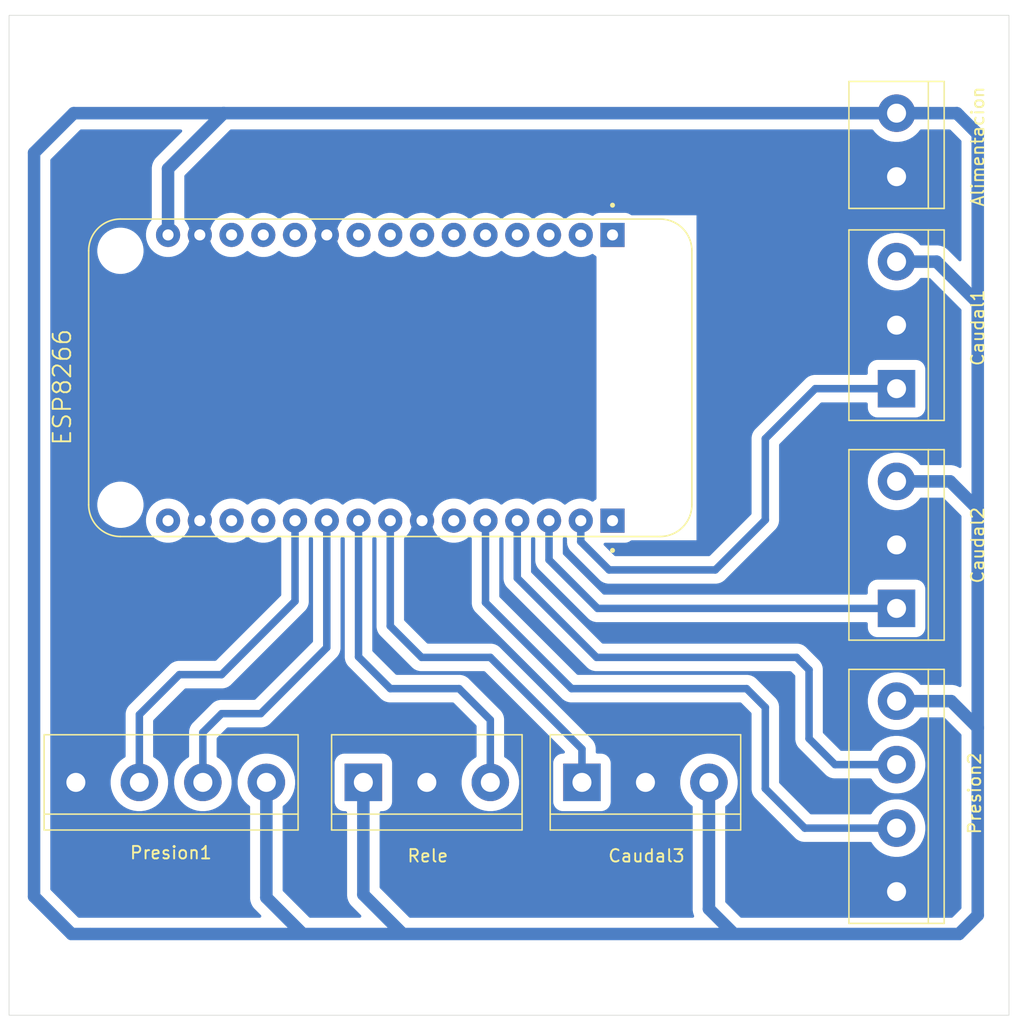
<source format=kicad_pcb>
(kicad_pcb (version 20241229) (generator "pcbnew") (generator_version "9.0")
  (layers (0 "F.Cu" signal) (2 "B.Cu" signal) (13 "F.Paste" user) (15 "B.Paste" user) (5 "F.SilkS" user "F.Silkscreen") (7 "B.SilkS" user "B.Silkscreen") (1 "F.Mask" user) (3 "B.Mask" user) (25 "Edge.Cuts" user))
  (net 0 "")
  (net 1 "/Ca05")
  (net 3 "/Dat13")
  (net 6 "GND")
  (net 11 "/Clk15")
  (net 13 "/Dat00")
  (net 15 "/Clk02")
  (net 16 "/Ca04")
  (net 21 "+5V")
  (net 24 "/Ca14")
  (net 25 "/Rele12")
  (footprint "ESP8266 NodeMCU V2:SEEED_113990105" (layer "F.Cu") (at 50 48 -90)
    (property "Reference" "ESP8266" (at 0.75 26.25 90) (layer "F.SilkS") (effects (font (size 1.4 1.4))))
    (property "Value" "ESP8266")
    (fp_line (start 10.16 24.13) (end -10.16 24.13) (stroke (width 0.127)) (layer "F.SilkS"))
    (fp_line (start -12.7 21.59) (end -12.7 -21.59) (stroke (width 0.127)) (layer "F.SilkS"))
    (fp_line (start 12.7 -21.59) (end 12.7 21.59) (stroke (width 0.127)) (layer "F.SilkS"))
    (fp_line (start -10.16 -24.13) (end 10.16 -24.13) (stroke (width 0.127)) (layer "F.SilkS"))
    (fp_arc (start -10.16 24.13) (mid -11.956051 23.386051) (end -12.7 21.59) (stroke (width 0.127)) (layer "F.SilkS"))
    (fp_arc (start 12.7 21.59) (mid 11.956051 23.386051) (end 10.16 24.13) (stroke (width 0.127)) (layer "F.SilkS"))
    (fp_arc (start -12.7 -21.59) (mid -11.956051 -23.386051) (end -10.16 -24.13) (stroke (width 0.127)) (layer "F.SilkS"))
    (fp_arc (start 10.16 -24.13) (mid 11.956051 -23.386051) (end 12.7 -21.59) (stroke (width 0.127)) (layer "F.SilkS"))
    (fp_circle (center -13.81 -17.78) (end -13.71 -17.78) (stroke (width 0.2)) (fill no) (layer "F.SilkS"))
    (fp_circle (center 13.81 -17.78) (end 13.91 -17.78) (stroke (width 0.2)) (fill no) (layer "F.SilkS"))
    (pad "" np_thru_hole circle (at -10.16 -21.59 270) (size 3.2 3.2) (drill 3.2) (layers "*.Cu" "*.Mask"))
    (pad "" np_thru_hole circle (at -10.16 21.59 270) (size 3.2 3.2) (drill 3.2) (layers "*.Cu" "*.Mask"))
    (pad "" np_thru_hole circle (at 10.16 -21.59 270) (size 3.2 3.2) (drill 3.2) (layers "*.Cu" "*.Mask"))
    (pad "" np_thru_hole circle (at 10.16 21.59 270) (size 3.2 3.2) (drill 3.2) (layers "*.Cu" "*.Mask"))
    (pad "J1_1" thru_hole rect (at -11.43 -17.78 270) (size 1.93 1.93) (drill 0.889) (layers "*.Cu" "*.Mask"))
    (pad "J1_2" thru_hole circle (at -11.43 -15.24 270) (size 1.93 1.93) (drill 0.889) (layers "*.Cu" "*.Mask"))
    (pad "J1_3" thru_hole circle (at -11.43 -12.7 270) (size 1.93 1.93) (drill 0.889) (layers "*.Cu" "*.Mask"))
    (pad "J1_4" thru_hole circle (at -11.43 -10.16 270) (size 1.93 1.93) (drill 0.889) (layers "*.Cu" "*.Mask"))
    (pad "J1_5" thru_hole circle (at -11.43 -7.62 270) (size 1.93 1.93) (drill 0.889) (layers "*.Cu" "*.Mask"))
    (pad "J1_6" thru_hole circle (at -11.43 -5.08 270) (size 1.93 1.93) (drill 0.889) (layers "*.Cu" "*.Mask"))
    (pad "J1_7" thru_hole circle (at -11.43 -2.54 270) (size 1.93 1.93) (drill 0.889) (layers "*.Cu" "*.Mask"))
    (pad "J1_8" thru_hole circle (at -11.43 0 270) (size 1.93 1.93) (drill 0.889) (layers "*.Cu" "*.Mask"))
    (pad "J1_9" thru_hole circle (at -11.43 2.54 270) (size 1.93 1.93) (drill 0.889) (layers "*.Cu" "*.Mask"))
    (pad "J1_10" thru_hole circle (at -11.43 5.08 270) (size 1.93 1.93) (drill 0.889) (layers "*.Cu" "*.Mask") (net 6 "GND"))
    (pad "J1_11" thru_hole circle (at -11.43 7.62 270) (size 1.93 1.93) (drill 0.889) (layers "*.Cu" "*.Mask"))
    (pad "J1_12" thru_hole circle (at -11.43 10.16 270) (size 1.93 1.93) (drill 0.889) (layers "*.Cu" "*.Mask"))
    (pad "J1_13" thru_hole circle (at -11.43 12.7 270) (size 1.93 1.93) (drill 0.889) (layers "*.Cu" "*.Mask"))
    (pad "J1_14" thru_hole circle (at -11.43 15.24 270) (size 1.93 1.93) (drill 0.889) (layers "*.Cu" "*.Mask") (net 6 "GND"))
    (pad "J1_15" thru_hole circle (at -11.43 17.78 270) (size 1.93 1.93) (drill 0.889) (layers "*.Cu" "*.Mask") (net 21 "+5V"))
    (pad "J2_1" thru_hole rect (at 11.43 -17.78 270) (size 1.93 1.93) (drill 0.889) (layers "*.Cu" "*.Mask"))
    (pad "J2_2" thru_hole circle (at 11.43 -15.24 270) (size 1.93 1.93) (drill 0.889) (layers "*.Cu" "*.Mask") (net 1 "/Ca05"))
    (pad "J2_3" thru_hole circle (at 11.43 -12.7 270) (size 1.93 1.93) (drill 0.889) (layers "*.Cu" "*.Mask") (net 16 "/Ca04"))
    (pad "J2_4" thru_hole circle (at 11.43 -10.16 270) (size 1.93 1.93) (drill 0.889) (layers "*.Cu" "*.Mask") (net 13 "/Dat00"))
    (pad "J2_5" thru_hole circle (at 11.43 -7.62 270) (size 1.93 1.93) (drill 0.889) (layers "*.Cu" "*.Mask") (net 15 "/Clk02"))
    (pad "J2_6" thru_hole circle (at 11.43 -5.08 270) (size 1.93 1.93) (drill 0.889) (layers "*.Cu" "*.Mask"))
    (pad "J2_7" thru_hole circle (at 11.43 -2.54 270) (size 1.93 1.93) (drill 0.889) (layers "*.Cu" "*.Mask") (net 6 "GND"))
    (pad "J2_8" thru_hole circle (at 11.43 0 270) (size 1.93 1.93) (drill 0.889) (layers "*.Cu" "*.Mask") (net 24 "/Ca14"))
    (pad "J2_9" thru_hole circle (at 11.43 2.54 270) (size 1.93 1.93) (drill 0.889) (layers "*.Cu" "*.Mask") (net 25 "/Rele12"))
    (pad "J2_10" thru_hole circle (at 11.43 5.08 270) (size 1.93 1.93) (drill 0.889) (layers "*.Cu" "*.Mask") (net 3 "/Dat13"))
    (pad "J2_11" thru_hole circle (at 11.43 7.62 270) (size 1.93 1.93) (drill 0.889) (layers "*.Cu" "*.Mask") (net 11 "/Clk15"))
    (pad "J2_12" thru_hole circle (at 11.43 10.16 270) (size 1.93 1.93) (drill 0.889) (layers "*.Cu" "*.Mask"))
    (pad "J2_13" thru_hole circle (at 11.43 12.7 270) (size 1.93 1.93) (drill 0.889) (layers "*.Cu" "*.Mask"))
    (pad "J2_14" thru_hole circle (at 11.43 15.24 270) (size 1.93 1.93) (drill 0.889) (layers "*.Cu" "*.Mask") (net 6 "GND"))
    (pad "J2_15" thru_hole circle (at 11.43 17.78 270) (size 1.93 1.93) (drill 0.889) (layers "*.Cu" "*.Mask"))
  )
  (footprint "TerminalBlock:TerminalBlock_bornier-3_P5.08mm" (layer "F.Cu") (at 65.335 80.37)
    (property "Reference" "Caudal3" (at 5.165 5.88 0) (layer "F.SilkS"))
    (property "Value" "Caudal3")
    (fp_line (start -2.54 -3.81) (end 12.7 -3.81) (stroke (width 0.12)) (layer "F.SilkS"))
    (fp_line (start -2.54 2.54) (end 12.7 2.54) (stroke (width 0.12)) (layer "F.SilkS"))
    (fp_line (start -2.54 3.81) (end -2.54 -3.81) (stroke (width 0.12)) (layer "F.SilkS"))
    (fp_line (start -2.54 3.81) (end 12.7 3.81) (stroke (width 0.12)) (layer "F.SilkS"))
    (fp_line (start 12.7 3.81) (end 12.7 -3.81) (stroke (width 0.12)) (layer "F.SilkS"))
    (pad "1" thru_hole rect (at 0 0) (size 3 3) (drill 1.52) (layers "*.Cu" "*.Mask") (net 24 "/Ca14"))
    (pad "2" thru_hole circle (at 5.08 0) (size 3 3) (drill 1.52) (layers "*.Cu" "*.Mask") (net 6 "GND"))
    (pad "3" thru_hole circle (at 10.16 0) (size 3 3) (drill 1.52) (layers "*.Cu" "*.Mask") (net 21 "+5V"))
  )
  (footprint "MountingHole:MountingHole_3.2mm_M3" (layer "F.Cu") (at 97 21.25)
    (property "Reference" "REF**" (hide yes))
    (property "Value" "MountingHole_3.2mm_M3" (hide yes))
    (pad "" np_thru_hole circle (at 0 0) (size 3.2 3.2) (drill 3.2) (layers "*.Cu" "*.Mask"))
  )
  (footprint "TerminalBlock:TerminalBlock_bornier-3_P5.08mm" (layer "F.Cu") (at 90.505 48.87 90)
    (property "Reference" "Caudal1" (at 4.87 6.495 90) (layer "F.SilkS"))
    (property "Value" "Caudal1")
    (fp_line (start -2.54 -3.81) (end 12.7 -3.81) (stroke (width 0.12)) (layer "F.SilkS"))
    (fp_line (start -2.54 2.54) (end 12.7 2.54) (stroke (width 0.12)) (layer "F.SilkS"))
    (fp_line (start 12.7 3.81) (end 12.7 -3.81) (stroke (width 0.12)) (layer "F.SilkS"))
    (fp_line (start -2.54 3.81) (end -2.54 -3.81) (stroke (width 0.12)) (layer "F.SilkS"))
    (fp_line (start -2.54 3.81) (end 12.7 3.81) (stroke (width 0.12)) (layer "F.SilkS"))
    (pad "1" thru_hole rect (at 0 0 90) (size 3 3) (drill 1.52) (layers "*.Cu" "*.Mask") (net 1 "/Ca05"))
    (pad "2" thru_hole circle (at 5.08 0 90) (size 3 3) (drill 1.52) (layers "*.Cu" "*.Mask") (net 6 "GND"))
    (pad "3" thru_hole circle (at 10.16 0 90) (size 3 3) (drill 1.52) (layers "*.Cu" "*.Mask") (net 21 "+5V"))
  )
  (footprint "MountingHole:MountingHole_3.2mm_M3" (layer "F.Cu") (at 96.25 96.25)
    (property "Reference" "REF**" (hide yes))
    (property "Value" "MountingHole_3.2mm_M3" (hide yes))
    (pad "" np_thru_hole circle (at 0 0) (size 3.2 3.2) (drill 3.2) (layers "*.Cu" "*.Mask"))
  )
  (footprint "TerminalBlock:TerminalBlock_bornier-2_P5.08mm" (layer "F.Cu") (at 90.505 31.91 90)
    (property "Reference" "Alimentacion" (at 2.41 6.495 90) (layer "F.SilkS"))
    (property "Value" "Alimentacion")
    (fp_line (start 7.62 -3.81) (end -2.54 -3.81) (stroke (width 0.12)) (layer "F.SilkS"))
    (fp_line (start -2.54 -3.81) (end -2.54 3.81) (stroke (width 0.12)) (layer "F.SilkS"))
    (fp_line (start 7.62 2.54) (end -2.54 2.54) (stroke (width 0.12)) (layer "F.SilkS"))
    (fp_line (start 7.62 3.81) (end 7.62 -3.81) (stroke (width 0.12)) (layer "F.SilkS"))
    (fp_line (start -2.54 3.81) (end 7.62 3.81) (stroke (width 0.12)) (layer "F.SilkS"))
    (pad "1" thru_hole rect (at 0 0 90) (size 3 3) (drill 1.52) (layers "*.Cu" "*.Mask") (net 6 "GND"))
    (pad "2" thru_hole circle (at 5.08 0 90) (size 3 3) (drill 1.52) (layers "*.Cu" "*.Mask") (net 21 "+5V"))
  )
  (footprint "MountingHole:MountingHole_3.2mm_M3" (layer "F.Cu") (at 22.75 95.75)
    (property "Reference" "REF**" (hide yes))
    (property "Value" "MountingHole_3.2mm_M3" (hide yes))
    (pad "" np_thru_hole circle (at 0 0) (size 3.2 3.2) (drill 3.2) (layers "*.Cu" "*.Mask"))
  )
  (footprint "TerminalBlock:TerminalBlock_bornier-4_P5.08mm" (layer "F.Cu") (at 90.505 89.11 90)
    (property "Reference" "Presion2" (at 7.86 6.245 90) (layer "F.SilkS"))
    (property "Value" "Presion2")
    (fp_line (start -2.54 -3.81) (end 17.78 -3.81) (stroke (width 0.12)) (layer "F.SilkS"))
    (fp_line (start -2.54 -3.81) (end -2.54 3.81) (stroke (width 0.12)) (layer "F.SilkS"))
    (fp_line (start 17.78 2.54) (end -2.54 2.54) (stroke (width 0.12)) (layer "F.SilkS"))
    (fp_line (start 17.78 3.81) (end 17.78 -3.81) (stroke (width 0.12)) (layer "F.SilkS"))
    (fp_line (start -2.54 3.81) (end 17.78 3.81) (stroke (width 0.12)) (layer "F.SilkS"))
    (pad "1" thru_hole rect (at 0 0 90) (size 3 3) (drill 1.52) (layers "*.Cu" "*.Mask") (net 6 "GND"))
    (pad "2" thru_hole circle (at 5.08 0 90) (size 3 3) (drill 1.52) (layers "*.Cu" "*.Mask") (net 15 "/Clk02"))
    (pad "3" thru_hole circle (at 10.16 0 90) (size 3 3) (drill 1.52) (layers "*.Cu" "*.Mask") (net 13 "/Dat00"))
    (pad "4" thru_hole circle (at 15.24 0 90) (size 3 3) (drill 1.52) (layers "*.Cu" "*.Mask") (net 21 "+5V"))
  )
  (footprint "TerminalBlock:TerminalBlock_bornier-3_P5.08mm" (layer "F.Cu") (at 47.845 80.37)
    (property "Reference" "Rele" (at 5.155 5.88 0) (layer "F.SilkS"))
    (property "Value" "Rele")
    (fp_line (start -2.54 -3.81) (end 12.7 -3.81) (stroke (width 0.12)) (layer "F.SilkS"))
    (fp_line (start -2.54 2.54) (end 12.7 2.54) (stroke (width 0.12)) (layer "F.SilkS"))
    (fp_line (start -2.54 3.81) (end -2.54 -3.81) (stroke (width 0.12)) (layer "F.SilkS"))
    (fp_line (start -2.54 3.81) (end 12.7 3.81) (stroke (width 0.12)) (layer "F.SilkS"))
    (fp_line (start 12.7 3.81) (end 12.7 -3.81) (stroke (width 0.12)) (layer "F.SilkS"))
    (pad "1" thru_hole rect (at 0 0) (size 3 3) (drill 1.52) (layers "*.Cu" "*.Mask") (net 21 "+5V"))
    (pad "2" thru_hole circle (at 5.08 0) (size 3 3) (drill 1.52) (layers "*.Cu" "*.Mask") (net 6 "GND"))
    (pad "3" thru_hole circle (at 10.16 0) (size 3 3) (drill 1.52) (layers "*.Cu" "*.Mask") (net 25 "/Rele12"))
  )
  (footprint "TerminalBlock:TerminalBlock_bornier-4_P5.08mm" (layer "F.Cu") (at 24.845 80.37)
    (property "Reference" "Presion1" (at 7.6 5.63 0) (layer "F.SilkS"))
    (property "Value" "Presion1")
    (fp_line (start -2.54 -3.81) (end -2.54 3.81) (stroke (width 0.12)) (layer "F.SilkS"))
    (fp_line (start -2.54 -3.81) (end 17.78 -3.81) (stroke (width 0.12)) (layer "F.SilkS"))
    (fp_line (start -2.54 3.81) (end 17.78 3.81) (stroke (width 0.12)) (layer "F.SilkS"))
    (fp_line (start 17.78 2.54) (end -2.54 2.54) (stroke (width 0.12)) (layer "F.SilkS"))
    (fp_line (start 17.78 3.81) (end 17.78 -3.81) (stroke (width 0.12)) (layer "F.SilkS"))
    (pad "1" thru_hole rect (at 0 0) (size 3 3) (drill 1.52) (layers "*.Cu" "*.Mask") (net 6 "GND"))
    (pad "2" thru_hole circle (at 5.08 0) (size 3 3) (drill 1.52) (layers "*.Cu" "*.Mask") (net 11 "/Clk15"))
    (pad "3" thru_hole circle (at 10.16 0) (size 3 3) (drill 1.52) (layers "*.Cu" "*.Mask") (net 3 "/Dat13"))
    (pad "4" thru_hole circle (at 15.24 0) (size 3 3) (drill 1.52) (layers "*.Cu" "*.Mask") (net 21 "+5V"))
  )
  (footprint "TerminalBlock:TerminalBlock_bornier-3_P5.08mm" (layer "F.Cu") (at 90.505 66.45 90)
    (property "Reference" "Caudal2" (at 5.05 6.495 90) (layer "F.SilkS"))
    (property "Value" "Caudal2")
    (fp_line (start -2.54 -3.81) (end 12.7 -3.81) (stroke (width 0.12)) (layer "F.SilkS"))
    (fp_line (start -2.54 2.54) (end 12.7 2.54) (stroke (width 0.12)) (layer "F.SilkS"))
    (fp_line (start 12.7 3.81) (end 12.7 -3.81) (stroke (width 0.12)) (layer "F.SilkS"))
    (fp_line (start -2.54 3.81) (end -2.54 -3.81) (stroke (width 0.12)) (layer "F.SilkS"))
    (fp_line (start -2.54 3.81) (end 12.7 3.81) (stroke (width 0.12)) (layer "F.SilkS"))
    (pad "1" thru_hole rect (at 0 0 90) (size 3 3) (drill 1.52) (layers "*.Cu" "*.Mask") (net 16 "/Ca04"))
    (pad "2" thru_hole circle (at 5.08 0 90) (size 3 3) (drill 1.52) (layers "*.Cu" "*.Mask") (net 6 "GND"))
    (pad "3" thru_hole circle (at 10.16 0 90) (size 3 3) (drill 1.52) (layers "*.Cu" "*.Mask") (net 21 "+5V"))
  )
  (footprint "MountingHole:MountingHole_3.2mm_M3" (layer "F.Cu") (at 22.25 21.75)
    (property "Reference" "REF**" (hide yes))
    (property "Value" "MountingHole_3.2mm_M3" (hide yes))
    (pad "" np_thru_hole circle (at 0 0) (size 3.2 3.2) (drill 3.2) (layers "*.Cu" "*.Mask"))
  )
  (gr_rect (start 19.5 19) (end 99.5 99) (stroke (width 0.05)) (fill no) (layer "Edge.Cuts"))
  (segment (start 80.005 52.87) (end 80.005 59.37) (width 0.6) (layer "B.Cu") (net 1))
  (segment (start 67.505 63.37) (end 65.24 61.105) (width 0.6) (layer "B.Cu") (net 1))
  (segment (start 90.505 48.87) (end 84.005 48.87) (width 0.6) (layer "B.Cu") (net 1))
  (segment (start 65.24 61.105) (end 65.24 59.43) (width 0.6) (layer "B.Cu") (net 1))
  (segment (start 84.005 48.87) (end 80.005 52.87) (width 0.6) (layer "B.Cu") (net 1))
  (segment (start 76.005 63.37) (end 67.505 63.37) (width 0.6) (layer "B.Cu") (net 1))
  (segment (start 80.005 59.37) (end 76.005 63.37) (width 0.6) (layer "B.Cu") (net 1))
  (segment (start 44.92 69.58) (end 44.92 59.43) (width 0.6) (layer "B.Cu") (net 3))
  (segment (start 36.505 74.87) (end 39.63 74.87) (width 0.6) (layer "B.Cu") (net 3))
  (segment (start 39.63 74.87) (end 44.92 69.58) (width 0.6) (layer "B.Cu") (net 3))
  (segment (start 35.005 80.37) (end 35.005 76.37) (width 0.6) (layer "B.Cu") (net 3))
  (segment (start 35.005 76.37) (end 36.505 74.87) (width 0.6) (layer "B.Cu") (net 3))
  (segment (start 29.925 80.37) (end 29.925 74.95) (width 0.6) (layer "B.Cu") (net 11))
  (segment (start 29.925 74.95) (end 33.125 71.75) (width 0.6) (layer "B.Cu") (net 11))
  (segment (start 42.38 65.87) (end 42.38 59.43) (width 0.6) (layer "B.Cu") (net 11))
  (segment (start 33.125 71.75) (end 36.5 71.75) (width 0.6) (layer "B.Cu") (net 11))
  (segment (start 36.5 71.75) (end 42.38 65.87) (width 0.6) (layer "B.Cu") (net 11))
  (segment (start 82.505 70.37) (end 83.505 71.37) (width 0.6) (layer "B.Cu") (net 13))
  (segment (start 83.505 76.87) (end 85.585 78.95) (width 0.6) (layer "B.Cu") (net 13))
  (segment (start 60.16 59.43) (end 60.16 64.025) (width 0.6) (layer "B.Cu") (net 13))
  (segment (start 60.16 64.025) (end 66.505 70.37) (width 0.6) (layer "B.Cu") (net 13))
  (segment (start 66.505 70.37) (end 82.505 70.37) (width 0.6) (layer "B.Cu") (net 13))
  (segment (start 85.585 78.95) (end 90.505 78.95) (width 0.6) (layer "B.Cu") (net 13))
  (segment (start 83.505 71.37) (end 83.505 76.87) (width 0.6) (layer "B.Cu") (net 13))
  (segment (start 64.505 72.87) (end 78.505 72.87) (width 0.6) (layer "B.Cu") (net 15))
  (segment (start 57.62 65.985) (end 64.505 72.87) (width 0.6) (layer "B.Cu") (net 15))
  (segment (start 78.505 72.87) (end 80.005 74.37) (width 0.6) (layer "B.Cu") (net 15))
  (segment (start 80.005 74.37) (end 80.005 80.87) (width 0.6) (layer "B.Cu") (net 15))
  (segment (start 83.165 84.03) (end 90.505 84.03) (width 0.6) (layer "B.Cu") (net 15))
  (segment (start 80.005 80.87) (end 83.165 84.03) (width 0.6) (layer "B.Cu") (net 15))
  (segment (start 57.62 59.43) (end 57.62 65.985) (width 0.6) (layer "B.Cu") (net 15))
  (segment (start 66.585 66.45) (end 90.505 66.45) (width 0.6) (layer "B.Cu") (net 16))
  (segment (start 62.7 59.43) (end 62.7 62.565) (width 0.6) (layer "B.Cu") (net 16))
  (segment (start 62.7 62.565) (end 66.585 66.45) (width 0.6) (layer "B.Cu") (net 16))
  (segment (start 24.67 26.83) (end 21.5 30) (width 1) (layer "B.Cu") (net 21))
  (segment (start 93.71 38.71) (end 97 42) (width 1) (layer "B.Cu") (net 21))
  (segment (start 36.67 26.83) (end 24.67 26.83) (width 1) (layer "B.Cu") (net 21))
  (segment (start 97 58.5) (end 97 42) (width 1) (layer "B.Cu") (net 21))
  (segment (start 97 91) (end 97 76) (width 1) (layer "B.Cu") (net 21))
  (segment (start 75.495 80.37) (end 75.495 90.495) (width 1) (layer "B.Cu") (net 21))
  (segment (start 94.79 56.29) (end 97 58.5) (width 1) (layer "B.Cu") (net 21))
  (segment (start 51 92.5) (end 77.5 92.5) (width 1) (layer "B.Cu") (net 21))
  (segment (start 47.845 80.37) (end 47.845 89.345) (width 1) (layer "B.Cu") (net 21))
  (segment (start 97 42) (end 97 28.5) (width 1) (layer "B.Cu") (net 21))
  (segment (start 32.22 31.28) (end 32.22 36.57) (width 1) (layer "B.Cu") (net 21))
  (segment (start 77.5 92.5) (end 95.5 92.5) (width 1) (layer "B.Cu") (net 21))
  (segment (start 26 92.5) (end 43 92.5) (width 1) (layer "B.Cu") (net 21))
  (segment (start 90.505 73.87) (end 94.87 73.87) (width 1) (layer "B.Cu") (net 21))
  (segment (start 75.495 90.495) (end 77.5 92.5) (width 1) (layer "B.Cu") (net 21))
  (segment (start 97 28.5) (end 95.5 27) (width 1) (layer "B.Cu") (net 21))
  (segment (start 36.67 26.83) (end 32.22 31.28) (width 1) (layer "B.Cu") (net 21))
  (segment (start 90.505 38.71) (end 93.71 38.71) (width 1) (layer "B.Cu") (net 21))
  (segment (start 90.505 26.83) (end 36.67 26.83) (width 1) (layer "B.Cu") (net 21))
  (segment (start 24.5 92.5) (end 26 92.5) (width 1) (layer "B.Cu") (net 21))
  (segment (start 95.5 92.5) (end 97 91) (width 1) (layer "B.Cu") (net 21))
  (segment (start 21.5 89.5) (end 24.5 92.5) (width 1) (layer "B.Cu") (net 21))
  (segment (start 90.505 26.83) (end 95.33 26.83) (width 1) (layer "B.Cu") (net 21))
  (segment (start 94.87 73.87) (end 97 76) (width 1) (layer "B.Cu") (net 21))
  (segment (start 40.085 89.585) (end 43 92.5) (width 1) (layer "B.Cu") (net 21))
  (segment (start 21.5 30) (end 21.5 89.5) (width 1) (layer "B.Cu") (net 21))
  (segment (start 47.845 89.345) (end 51 92.5) (width 1) (layer "B.Cu") (net 21))
  (segment (start 90.505 56.29) (end 94.79 56.29) (width 1) (layer "B.Cu") (net 21))
  (segment (start 43 92.5) (end 51 92.5) (width 1) (layer "B.Cu") (net 21))
  (segment (start 40.085 80.37) (end 40.085 89.585) (width 1) (layer "B.Cu") (net 21))
  (segment (start 95.33 26.83) (end 95.5 27) (width 1) (layer "B.Cu") (net 21))
  (segment (start 97 76) (end 97 58.5) (width 1) (layer "B.Cu") (net 21))
  (segment (start 58.005 70.37) (end 52.505 70.37) (width 0.6) (layer "B.Cu") (net 24))
  (segment (start 65.335 80.37) (end 65.335 77.7) (width 0.6) (layer "B.Cu") (net 24))
  (segment (start 65.335 77.7) (end 58.005 70.37) (width 0.6) (layer "B.Cu") (net 24))
  (segment (start 52.505 70.37) (end 50 67.865) (width 0.6) (layer "B.Cu") (net 24))
  (segment (start 50 67.865) (end 50 59.43) (width 0.6) (layer "B.Cu") (net 24))
  (segment (start 47.46 70.325) (end 47.46 59.43) (width 0.6) (layer "B.Cu") (net 25))
  (segment (start 50.005 72.87) (end 47.46 70.325) (width 0.6) (layer "B.Cu") (net 25))
  (segment (start 58.005 75.37) (end 55.505 72.87) (width 0.6) (layer "B.Cu") (net 25))
  (segment (start 58.005 80.37) (end 58.005 75.37) (width 0.6) (layer "B.Cu") (net 25))
  (segment (start 55.505 72.87) (end 50.005 72.87) (width 0.6) (layer "B.Cu") (net 25))
  (zone (net 6) (net_name "GND") (layer "B.Cu") (connect_pads yes (clearance 0.8)) (min_thickness 0.25) (fill yes (thermal_gap 0.5) (thermal_bridge_width 0.5))
    (polygon (pts (xy 19.5 19) (xy 19.5 99) (xy 99.5 99) (xy 99.5 19) (xy 74.5 19) (xy 74.5 61) (xy 66.5 61) (xy 66.5 35) (xy 74.5 35) (xy 74.5 19)))
  )
)
</source>
